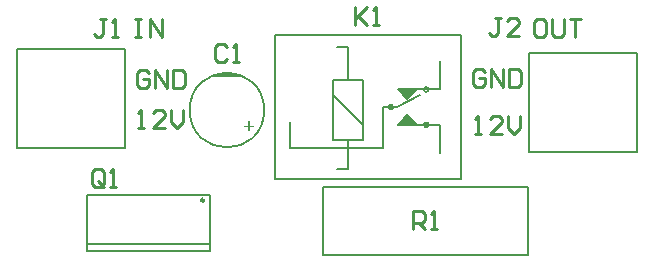
<source format=gto>
G04*
G04 #@! TF.GenerationSoftware,Altium Limited,Altium Designer,24.1.2 (44)*
G04*
G04 Layer_Color=65535*
%FSLAX25Y25*%
%MOIN*%
G70*
G04*
G04 #@! TF.SameCoordinates,1D4F381B-0C85-4C13-B92F-FFDB2225B82E*
G04*
G04*
G04 #@! TF.FilePolarity,Positive*
G04*
G01*
G75*
%ADD10C,0.00984*%
%ADD11C,0.00787*%
%ADD12C,0.01000*%
G36*
X43971Y62224D02*
X44585Y62510D01*
X45867Y62945D01*
X47189Y63238D01*
X48535Y63386D01*
X49890D01*
X51236Y63238D01*
X52558Y62945D01*
X53840Y62510D01*
X54454Y62224D01*
D01*
X43971D01*
D02*
G37*
G36*
X106197Y46091D02*
X112496D01*
X109346Y49240D01*
X106197Y46091D01*
D02*
G37*
G36*
Y57902D02*
X112496D01*
X109346Y54752D01*
X106197Y57902D01*
D02*
G37*
G36*
X56909Y45873D02*
X58280D01*
Y45289D01*
X56909D01*
Y43918D01*
X56331D01*
Y45289D01*
X54947D01*
Y45873D01*
X56331D01*
Y47244D01*
X56909D01*
Y45873D01*
D02*
G37*
D10*
X41594Y20965D02*
G03*
X41594Y20965I-492J0D01*
G01*
D11*
X116433Y46091D02*
G03*
X116433Y46091I-787J0D01*
G01*
Y57902D02*
G03*
X116433Y57902I-787J0D01*
G01*
X104622Y51996D02*
G03*
X104622Y51996I-787J0D01*
G01*
X54454Y62224D02*
G03*
X43971Y62224I-5241J-11240D01*
G01*
X61614Y50984D02*
G03*
X61614Y50984I-12402J0D01*
G01*
X2716Y6382D02*
X43661D01*
X43661Y4134D02*
Y22634D01*
X2716D02*
X43661D01*
X2716Y4134D02*
Y22634D01*
Y4134D02*
X43661D01*
X106197Y46091D02*
X120370D01*
Y36642D02*
Y46091D01*
X109346Y49240D02*
X112496Y46091D01*
X106197D02*
X109346Y49240D01*
X106197Y57902D02*
X109346Y54752D01*
X112496Y57902D01*
X105803Y51996D02*
X113677Y55933D01*
X120370Y57902D02*
Y67350D01*
X106197Y57902D02*
X120370D01*
X70370Y38217D02*
Y46878D01*
Y38217D02*
X101079D01*
Y51996D01*
X105803D01*
X94632Y60996D02*
X94632Y40996D01*
X84632D02*
X94632D01*
X84632D02*
Y60996D01*
Y55996D02*
X94632Y45996D01*
X85921Y31524D02*
X89632D01*
X85921Y72075D02*
X89632D01*
Y60996D02*
X94632Y60996D01*
X84632D02*
X89632Y60996D01*
Y72075D01*
X89632Y40996D02*
X89632Y31524D01*
X65252Y27980D02*
Y76012D01*
X127063Y27980D02*
Y76012D01*
X65252D02*
X127063D01*
X65252Y27980D02*
X127063D01*
X43971Y62224D02*
X54454D01*
X15146Y38287D02*
Y71358D01*
X-20854D02*
X15146D01*
X-20854Y38287D02*
Y71358D01*
Y38287D02*
X15146D01*
X149913Y37106D02*
Y70177D01*
Y37106D02*
X185913D01*
Y70177D01*
X149913D02*
X185913D01*
X81102Y2854D02*
Y25295D01*
X149606Y2854D02*
Y25295D01*
X81102Y2854D02*
X149606D01*
X81102Y25295D02*
X149606D01*
D12*
X154542Y81215D02*
X152575D01*
X151591Y80231D01*
Y76295D01*
X152575Y75311D01*
X154542D01*
X155526Y76295D01*
Y80231D01*
X154542Y81215D01*
X157494D02*
Y76295D01*
X158478Y75311D01*
X160446D01*
X161430Y76295D01*
Y81215D01*
X163398D02*
X167333D01*
X165366D01*
Y75311D01*
X19406Y44996D02*
X21405D01*
X20405D01*
Y50994D01*
X19406Y49994D01*
X28403Y44996D02*
X24404D01*
X28403Y48995D01*
Y49994D01*
X27403Y50994D01*
X25404D01*
X24404Y49994D01*
X30402Y50994D02*
Y46995D01*
X32401Y44996D01*
X34401Y46995D01*
Y50994D01*
X23109Y63479D02*
X22109Y64478D01*
X20110D01*
X19110Y63479D01*
Y59480D01*
X20110Y58480D01*
X22109D01*
X23109Y59480D01*
Y61479D01*
X21110D01*
X25108Y58480D02*
Y64478D01*
X29107Y58480D01*
Y64478D01*
X31106D02*
Y58480D01*
X34105D01*
X35105Y59480D01*
Y63479D01*
X34105Y64478D01*
X31106D01*
X18717Y81411D02*
X20684D01*
X19701D01*
Y75508D01*
X18717D01*
X20684D01*
X23636D02*
Y81411D01*
X27572Y75508D01*
Y81411D01*
X135117Y63784D02*
X134117Y64784D01*
X132118D01*
X131118Y63784D01*
Y59785D01*
X132118Y58786D01*
X134117D01*
X135117Y59785D01*
Y61785D01*
X133117D01*
X137116Y58786D02*
Y64784D01*
X141115Y58786D01*
Y64784D01*
X143114D02*
Y58786D01*
X146113D01*
X147113Y59785D01*
Y63784D01*
X146113Y64784D01*
X143114D01*
X131807Y43126D02*
X133806D01*
X132807D01*
Y49124D01*
X131807Y48124D01*
X140804Y43126D02*
X136805D01*
X140804Y47125D01*
Y48124D01*
X139804Y49124D01*
X137805D01*
X136805Y48124D01*
X142804Y49124D02*
Y45125D01*
X144803Y43126D01*
X146802Y45125D01*
Y49124D01*
X111356Y11273D02*
Y17271D01*
X114355D01*
X115354Y16271D01*
Y14272D01*
X114355Y13272D01*
X111356D01*
X113355D02*
X115354Y11273D01*
X117354D02*
X119353D01*
X118353D01*
Y17271D01*
X117354Y16271D01*
X8169Y26347D02*
Y30346D01*
X7170Y31345D01*
X5170D01*
X4171Y30346D01*
Y26347D01*
X5170Y25347D01*
X7170D01*
X6170Y27347D02*
X8169Y25347D01*
X7170D02*
X8169Y26347D01*
X10169Y25347D02*
X12168D01*
X11168D01*
Y31345D01*
X10169Y30346D01*
X92060Y85212D02*
Y79214D01*
Y81213D01*
X96059Y85212D01*
X93060Y82213D01*
X96059Y79214D01*
X98058D02*
X100058D01*
X99058D01*
Y85212D01*
X98058Y84212D01*
X140437Y81739D02*
X138438D01*
X139438D01*
Y76741D01*
X138438Y75741D01*
X137438D01*
X136439Y76741D01*
X146435Y75741D02*
X142437D01*
X146435Y79740D01*
Y80739D01*
X145436Y81739D01*
X143436D01*
X142437Y80739D01*
X8957Y81444D02*
X6957D01*
X7957D01*
Y76446D01*
X6957Y75446D01*
X5958D01*
X4958Y76446D01*
X10956Y75446D02*
X12955D01*
X11956D01*
Y81444D01*
X10956Y80444D01*
X49213Y72149D02*
X48213Y73149D01*
X46214D01*
X45214Y72149D01*
Y68150D01*
X46214Y67151D01*
X48213D01*
X49213Y68150D01*
X51212Y67151D02*
X53211D01*
X52212D01*
Y73149D01*
X51212Y72149D01*
M02*

</source>
